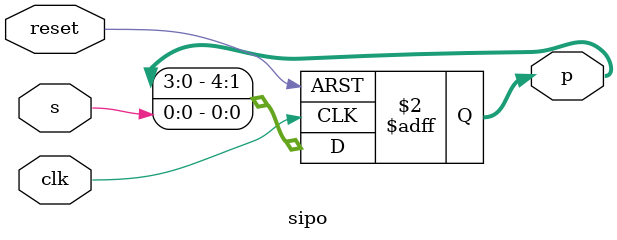
<source format=v>
module sipo(
input clk,
input reset,
input s,
output reg [4:0]p
);

    always @(posedge clk or posedge reset) begin
        if(reset) begin 
            p <= 5'b00000;
        end

        else begin
            p <= {p[3:0],s };
        end
    end 
endmodule

</source>
